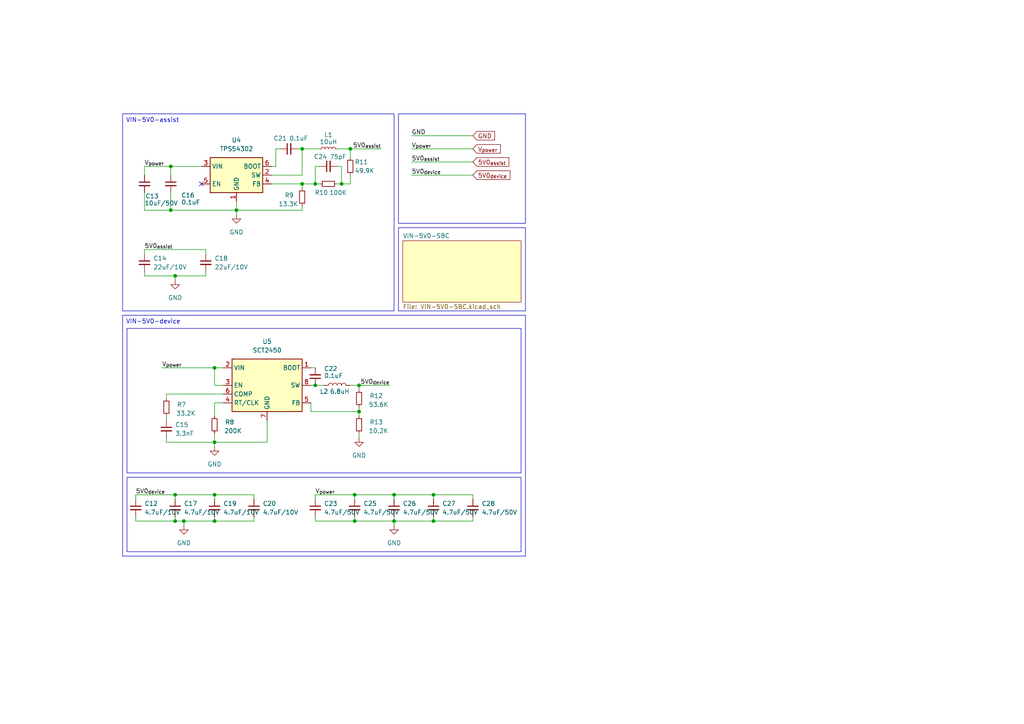
<source format=kicad_sch>
(kicad_sch (version 20231120) (generator "eeschema") (generator_version "8.0")
  (paper "A4")
  (lib_symbols
    (symbol "Device:C_Small" (pin_numbers hide) (pin_names (offset 0.254) hide)
      (property "Reference" "C" (at 0.254 1.778 0))
      (property "Value" "C_Small" (at 0.254 -2.032 0))
      (symbol "C_Small_0_1"
        (polyline (pts (xy -1.524 -0.508) (xy 1.524 -0.508)) (stroke (width 0.3302)))
        (polyline (pts (xy -1.524 0.508) (xy 1.524 0.508)) (stroke (width 0.3048)))
      )
      (symbol "C_Small_1_1"
        (pin passive line (at 0 2.54 270) (length 2.032) (name "~") (number "1"))
        (pin passive line (at 0 -2.54 90) (length 2.032) (name "~") (number "2"))
      )
    )
    (symbol "Device:L" (pin_numbers hide) (pin_names (offset 1.016) hide)
      (property "Reference" "L" (at -1.27 0 90))
      (property "Value" "L" (at 1.905 0 90))
      (symbol "L_0_1"
        (arc (start 0 -2.54) (mid 0.6323 -1.905) (end 0 -1.27))
        (arc (start 0 -1.27) (mid 0.6323 -0.635) (end 0 0))
        (arc (start 0 0) (mid 0.6323 0.635) (end 0 1.27))
        (arc (start 0 1.27) (mid 0.6323 1.905) (end 0 2.54))
      )
      (symbol "L_1_1"
        (pin passive line (at 0 3.81 270) (length 1.27) (name "1") (number "1"))
        (pin passive line (at 0 -3.81 90) (length 1.27) (name "2") (number "2"))
      )
    )
    (symbol "Device:L_Small" (pin_numbers hide) (pin_names (offset 0.254) hide)
      (property "Reference" "L" (at 0.762 1.016 0))
      (property "Value" "L_Small" (at 0.762 -1.016 0))
      (symbol "L_Small_0_1"
        (arc (start 0 -2.032) (mid 0.5058 -1.524) (end 0 -1.016))
        (arc (start 0 -1.016) (mid 0.5058 -0.508) (end 0 0))
        (arc (start 0 0) (mid 0.5058 0.508) (end 0 1.016))
        (arc (start 0 1.016) (mid 0.5058 1.524) (end 0 2.032))
      )
      (symbol "L_Small_1_1"
        (pin passive line (at 0 2.54 270) (length 0.508) (name "~") (number "1"))
        (pin passive line (at 0 -2.54 90) (length 0.508) (name "~") (number "2"))
      )
    )
    (symbol "Device:R_Small" (pin_numbers hide) (pin_names (offset 0.254) hide)
      (property "Reference" "R" (at 0.762 0.508 0))
      (property "Value" "R_Small" (at 0.762 -1.016 0))
      (symbol "R_Small_0_1"
        (rectangle (start -0.762 1.778) (end 0.762 -1.778) (stroke (width 0.2032)))
      )
      (symbol "R_Small_1_1"
        (pin passive line (at 0 2.54 270) (length 0.762) (name "~") (number "1"))
        (pin passive line (at 0 -2.54 90) (length 0.762) (name "~") (number "2"))
      )
    )
    (symbol "Regulator_Switching:SCT2450"
      (property "Reference" "U" (at -6.35 8.89 0))
      (property "Value" "SCT2450" (at 10.16 8.89 0))
      (symbol "SCT2450_0_1"
        (rectangle (start -10.16 7.62) (end 10.16 -7.62) (stroke (width 0.254)) (fill (type background)))
      )
      (symbol "SCT2450_1_1"
        (pin passive line (at 12.7 5.08 180) (length 2.54) (name "BOOT") (number "1"))
        (pin power_in line (at -12.7 5.08 0) (length 2.54) (name "VIN") (number "2"))
        (pin input line (at -12.7 0 0) (length 2.54) (name "EN") (number "3"))
        (pin passive line (at -12.7 -5.08 0) (length 2.54) (name "RT/CLK") (number "4"))
        (pin input line (at 12.7 -5.08 180) (length 2.54) (name "FB") (number "5"))
        (pin output line (at -12.7 -2.54 0) (length 2.54) (name "COMP") (number "6"))
        (pin power_in line (at 0 -10.16 90) (length 2.54) (name "GND") (number "7"))
        (pin power_out line (at 12.7 0 180) (length 2.54) (name "SW") (number "8"))
        (pin passive line (at 0 -10.16 90) (length 2.54) hide (name "GND") (number "9"))
      )
    )
    (symbol "Regulator_Switching:TPS54302"
      (property "Reference" "U" (at -7.62 6.35 0))
      (property "Value" "TPS54302" (at 0 6.35 0))
      (symbol "TPS54302_0_1"
        (rectangle (start -7.62 5.08) (end 7.62 -5.08) (stroke (width 0.254)) (fill (type background)))
      )
      (symbol "TPS54302_1_1"
        (pin power_in line (at 0 -7.62 90) (length 2.54) (name "GND") (number "1"))
        (pin power_out line (at 10.16 0 180) (length 2.54) (name "SW") (number "2"))
        (pin power_in line (at -10.16 2.54 0) (length 2.54) (name "VIN") (number "3"))
        (pin input line (at 10.16 -2.54 180) (length 2.54) (name "FB") (number "4"))
        (pin input line (at -10.16 -2.54 0) (length 2.54) (name "EN") (number "5"))
        (pin passive line (at 10.16 2.54 180) (length 2.54) (name "BOOT") (number "6"))
      )
    )
    (symbol "power:GND" (power) (pin_numbers hide) (pin_names (offset 0) hide)
      (property "Value" "GND" (at 0 -3.81 0))
      (symbol "GND_0_1"
        (polyline (pts (xy 0 0) (xy 0 -1.27) (xy 1.27 -1.27) (xy 0 -2.54) (xy -1.27 -1.27) (xy 0 -1.27)))
      )
      (symbol "GND_1_1"
        (pin power_in line (at 0 0 270) (length 0) (name "~") (number "1"))
      )
    )
  )
  (junction (at 50.8 151.13))
  (junction (at 49.53 48.26))
  (junction (at 49.53 60.96))
  (junction (at 104.14 111.76))
  (junction (at 114.3 143.51))
  (junction (at 102.87 151.13))
  (junction (at 87.63 43.18))
  (junction (at 62.23 106.68))
  (junction (at 91.44 111.76))
  (junction (at 50.8 143.51))
  (junction (at 104.14 119.38))
  (junction (at 87.63 53.34))
  (junction (at 62.23 128.27))
  (junction (at 53.34 151.13))
  (junction (at 62.23 151.13))
  (junction (at 91.44 53.34))
  (junction (at 102.87 143.51))
  (junction (at 101.6 43.18))
  (junction (at 68.58 60.96))
  (junction (at 99.06 53.34))
  (junction (at 114.3 151.13))
  (junction (at 125.73 143.51))
  (junction (at 62.23 143.51))
  (junction (at 50.8 80.01))
  (junction (at 125.73 151.13))
  (no_connect (at 58.42 53.34))
  (wire (pts (xy 39.37 149.86) (xy 39.37 151.13)))
  (wire (pts (xy 50.8 151.13) (xy 53.34 151.13)))
  (wire (pts (xy 49.53 60.96) (xy 49.53 55.88)))
  (wire (pts (xy 90.17 116.84) (xy 90.17 119.38)))
  (wire (pts (xy 41.91 78.74) (xy 41.91 80.01)))
  (wire (pts (xy 137.16 149.86) (xy 137.16 151.13)))
  (wire (pts (xy 99.06 48.26) (xy 99.06 53.34)))
  (wire (pts (xy 53.34 151.13) (xy 62.23 151.13)))
  (wire (pts (xy 102.87 143.51) (xy 114.3 143.51)))
  (wire (pts (xy 114.3 143.51) (xy 125.73 143.51)))
  (wire (pts (xy 62.23 151.13) (xy 73.66 151.13)))
  (wire (pts (xy 48.26 120.65) (xy 48.26 121.92)))
  (wire (pts (xy 87.63 53.34) (xy 91.44 53.34)))
  (wire (pts (xy 104.14 125.73) (xy 104.14 127)))
  (wire (pts (xy 114.3 149.86) (xy 114.3 151.13)))
  (wire (pts (xy 48.26 114.3) (xy 48.26 115.57)))
  (wire (pts (xy 91.44 111.76) (xy 93.98 111.76)))
  (wire (pts (xy 62.23 106.68) (xy 64.77 106.68)))
  (wire (pts (xy 92.71 43.18) (xy 87.63 43.18)))
  (wire (pts (xy 91.44 143.51) (xy 102.87 143.51)))
  (wire (pts (xy 62.23 128.27) (xy 77.47 128.27)))
  (wire (pts (xy 104.14 119.38) (xy 104.14 120.65)))
  (wire (pts (xy 114.3 143.51) (xy 114.3 144.78)))
  (wire (pts (xy 39.37 144.78) (xy 39.37 143.51)))
  (wire (pts (xy 62.23 128.27) (xy 62.23 129.54)))
  (wire (pts (xy 119.38 46.99) (xy 137.16 46.99)))
  (wire (pts (xy 102.87 151.13) (xy 114.3 151.13)))
  (wire (pts (xy 62.23 149.86) (xy 62.23 151.13)))
  (wire (pts (xy 104.14 111.76) (xy 113.03 111.76)))
  (wire (pts (xy 101.6 111.76) (xy 104.14 111.76)))
  (wire (pts (xy 92.71 48.26) (xy 91.44 48.26)))
  (wire (pts (xy 48.26 128.27) (xy 62.23 128.27)))
  (wire (pts (xy 59.69 72.39) (xy 59.69 73.66)))
  (wire (pts (xy 39.37 151.13) (xy 50.8 151.13)))
  (wire (pts (xy 62.23 143.51) (xy 62.23 144.78)))
  (wire (pts (xy 49.53 48.26) (xy 58.42 48.26)))
  (wire (pts (xy 62.23 106.68) (xy 62.23 111.76)))
  (wire (pts (xy 46.99 106.68) (xy 62.23 106.68)))
  (wire (pts (xy 97.79 43.18) (xy 101.6 43.18)))
  (wire (pts (xy 87.63 54.61) (xy 87.63 53.34)))
  (wire (pts (xy 73.66 143.51) (xy 73.66 144.78)))
  (wire (pts (xy 80.01 48.26) (xy 78.74 48.26)))
  (wire (pts (xy 41.91 60.96) (xy 41.91 55.88)))
  (wire (pts (xy 90.17 111.76) (xy 91.44 111.76)))
  (wire (pts (xy 101.6 53.34) (xy 101.6 50.8)))
  (wire (pts (xy 137.16 143.51) (xy 137.16 144.78)))
  (wire (pts (xy 41.91 72.39) (xy 59.69 72.39)))
  (wire (pts (xy 50.8 143.51) (xy 50.8 144.78)))
  (wire (pts (xy 119.38 43.18) (xy 137.16 43.18)))
  (wire (pts (xy 104.14 111.76) (xy 104.14 113.03)))
  (wire (pts (xy 41.91 72.39) (xy 41.91 73.66)))
  (wire (pts (xy 62.23 120.65) (xy 62.23 116.84)))
  (wire (pts (xy 80.01 43.18) (xy 80.01 48.26)))
  (wire (pts (xy 78.74 50.8) (xy 87.63 50.8)))
  (wire (pts (xy 101.6 43.18) (xy 110.49 43.18)))
  (wire (pts (xy 50.8 149.86) (xy 50.8 151.13)))
  (wire (pts (xy 53.34 152.4) (xy 53.34 151.13)))
  (wire (pts (xy 62.23 143.51) (xy 73.66 143.51)))
  (wire (pts (xy 104.14 118.11) (xy 104.14 119.38)))
  (wire (pts (xy 86.36 43.18) (xy 87.63 43.18)))
  (wire (pts (xy 99.06 53.34) (xy 101.6 53.34)))
  (wire (pts (xy 119.38 39.37) (xy 137.16 39.37)))
  (wire (pts (xy 68.58 60.96) (xy 87.63 60.96)))
  (wire (pts (xy 50.8 80.01) (xy 59.69 80.01)))
  (wire (pts (xy 41.91 60.96) (xy 49.53 60.96)))
  (wire (pts (xy 119.38 50.8) (xy 137.16 50.8)))
  (wire (pts (xy 91.44 151.13) (xy 102.87 151.13)))
  (wire (pts (xy 50.8 81.28) (xy 50.8 80.01)))
  (wire (pts (xy 125.73 143.51) (xy 125.73 144.78)))
  (wire (pts (xy 49.53 48.26) (xy 49.53 50.8)))
  (wire (pts (xy 62.23 116.84) (xy 64.77 116.84)))
  (wire (pts (xy 125.73 143.51) (xy 137.16 143.51)))
  (wire (pts (xy 73.66 151.13) (xy 73.66 149.86)))
  (wire (pts (xy 87.63 43.18) (xy 87.63 50.8)))
  (wire (pts (xy 90.17 119.38) (xy 104.14 119.38)))
  (wire (pts (xy 62.23 125.73) (xy 62.23 128.27)))
  (wire (pts (xy 97.79 53.34) (xy 99.06 53.34)))
  (wire (pts (xy 59.69 78.74) (xy 59.69 80.01)))
  (wire (pts (xy 114.3 151.13) (xy 125.73 151.13)))
  (wire (pts (xy 90.17 106.68) (xy 91.44 106.68)))
  (wire (pts (xy 64.77 111.76) (xy 62.23 111.76)))
  (wire (pts (xy 114.3 152.4) (xy 114.3 151.13)))
  (wire (pts (xy 80.01 43.18) (xy 81.28 43.18)))
  (wire (pts (xy 41.91 48.26) (xy 41.91 50.8)))
  (wire (pts (xy 68.58 58.42) (xy 68.58 60.96)))
  (wire (pts (xy 125.73 149.86) (xy 125.73 151.13)))
  (wire (pts (xy 91.44 53.34) (xy 92.71 53.34)))
  (wire (pts (xy 102.87 143.51) (xy 102.87 144.78)))
  (wire (pts (xy 101.6 43.18) (xy 101.6 45.72)))
  (wire (pts (xy 91.44 149.86) (xy 91.44 151.13)))
  (wire (pts (xy 125.73 151.13) (xy 137.16 151.13)))
  (wire (pts (xy 41.91 48.26) (xy 49.53 48.26)))
  (wire (pts (xy 68.58 62.23) (xy 68.58 60.96)))
  (wire (pts (xy 91.44 48.26) (xy 91.44 53.34)))
  (wire (pts (xy 91.44 144.78) (xy 91.44 143.51)))
  (wire (pts (xy 48.26 127) (xy 48.26 128.27)))
  (wire (pts (xy 64.77 114.3) (xy 48.26 114.3)))
  (wire (pts (xy 97.79 48.26) (xy 99.06 48.26)))
  (wire (pts (xy 49.53 60.96) (xy 68.58 60.96)))
  (wire (pts (xy 77.47 128.27) (xy 77.47 121.92)))
  (wire (pts (xy 78.74 53.34) (xy 87.63 53.34)))
  (wire (pts (xy 87.63 60.96) (xy 87.63 59.69)))
  (wire (pts (xy 39.37 143.51) (xy 50.8 143.51)))
  (wire (pts (xy 102.87 149.86) (xy 102.87 151.13)))
  (wire (pts (xy 50.8 143.51) (xy 62.23 143.51)))
  (wire (pts (xy 41.91 80.01) (xy 50.8 80.01)))
  (text_box "" (at 36.83 138.43 0) (size 114.3 21.59) (effects (font (size 1.27 1.27)) (justify left top)))
  (text_box "" (at 115.57 66.04 0) (size 36.83 24.13) (effects (font (size 1.27 1.27)) (justify left top)))
  (text_box "" (at 115.57 33.02 0) (size 36.83 31.75) (effects (font (size 1.27 1.27)) (justify left top)))
  (text_box "VIN-5V0-device" (at 35.56 91.44 0) (size 116.84 69.85) (effects (font (size 1.27 1.27)) (justify left top)))
  (text_box "VIN-5V0-assist" (at 35.56 33.02 0) (size 78.74 57.15) (effects (font (size 1.27 1.27)) (justify left top)))
  (text_box "" (at 36.83 95.25 0) (size 114.3 41.91) (effects (font (size 1.27 1.27)) (justify left top)))
  (label "5V0_{device}" (at 39.37 143.51 0))
  (label "V_{power}" (at 119.38 43.18 0) (effects (font (thickness 0.1588))))
  (label "5V0_{device}" (at 119.38 50.8 0))
  (label "V_{power}" (at 91.44 143.51 0))
  (label "V_{power}" (at 41.91 48.26 0) (effects (font (thickness 0.1588))))
  (label "5V0_{assist}" (at 41.91 72.39 0))
  (label "GND" (at 119.38 39.37 0))
  (label "5V0_{assist}" (at 110.49 43.18 180))
  (label "5V0_{assist}" (at 119.38 46.99 0))
  (label "5V0_{device}" (at 113.03 111.76 180))
  (label "V_{power}" (at 46.99 106.68 0) (effects (font (thickness 0.1588))))
  (global_label "GND" (shape input) (at 137.16 39.37 0) (property "Intersheetrefs" "${INTERSHEET_REFS}" (effects (hide yes))))
  (global_label "5V0_{assist}" (shape input) (at 137.16 46.99 0) (property "Intersheetrefs" "${INTERSHEET_REFS}" (effects (hide yes))))
  (global_label "5V0_{device}" (shape input) (at 137.16 50.8 0) (property "Intersheetrefs" "${INTERSHEET_REFS}" (effects (hide yes))))
  (global_label "V_{power}" (shape input) (at 137.16 43.18 0) (property "Intersheetrefs" "${INTERSHEET_REFS}" (effects (hide yes))))
  (symbol (lib_id "Device:C_Small") (at 83.82 43.18 90) (unit 1)
    (property "Reference" "C21" (at 81.28 40.132 90))
    (property "Value" "0.1uF" (at 86.614 40.132 90))
    (property "Footprint" "Capacitor_SMD:C_0402_1005Metric" (effects (hide yes)))
    (property "Description" "Unpolarized capacitor, small symbol" (effects (hide yes)))
  )
  (symbol (lib_id "Device:C_Small") (at 62.23 147.32 0) (unit 1)
    (property "Reference" "C19" (at 64.77 146.0562 0) (effects (justify left)))
    (property "Value" "4.7uF/10V" (at 64.77 148.5962 0) (effects (justify left)))
    (property "Footprint" "Capacitor_SMD:C_0603_1608Metric" (effects (hide yes)))
    (property "Description" "Unpolarized capacitor, small symbol" (effects (hide yes)))
  )
  (symbol (lib_id "power:GND") (at 68.58 62.23 0) (unit 1)
    (property "Reference" "#PWR5" (effects (hide yes)))
    (property "Value" "GND" (at 68.58 67.31 0))
    (property "Description" "Power symbol creates a global label with name \"GND\" , ground" (effects (hide yes)))
  )
  (symbol (lib_id "Device:C_Small") (at 125.73 147.32 0) (unit 1)
    (property "Reference" "C27" (at 128.27 146.0562 0) (effects (justify left)))
    (property "Value" "4.7uF/50V" (at 128.27 148.5962 0) (effects (justify left)))
    (property "Footprint" "Capacitor_SMD:C_0805_2012Metric" (effects (hide yes)))
    (property "Description" "Unpolarized capacitor, small symbol" (effects (hide yes)))
  )
  (symbol (lib_id "Device:C_Small") (at 50.8 147.32 0) (unit 1)
    (property "Reference" "C17" (at 53.34 146.0562 0) (effects (justify left)))
    (property "Value" "4.7uF/10V" (at 53.34 148.5962 0) (effects (justify left)))
    (property "Footprint" "Capacitor_SMD:C_0603_1608Metric" (effects (hide yes)))
    (property "Description" "Unpolarized capacitor, small symbol" (effects (hide yes)))
  )
  (symbol (lib_id "Device:R_Small") (at 87.63 57.15 180) (unit 1)
    (property "Reference" "R9" (at 82.55 56.642 0) (effects (justify right)))
    (property "Value" "13.3K" (at 80.772 59.182 0) (effects (justify right)))
    (property "Footprint" "Resistor_SMD:R_0603_1608Metric" (effects (hide yes)))
    (property "Description" "Resistor, small symbol" (effects (hide yes)))
  )
  (symbol (lib_id "Device:L_Small") (at 95.25 43.18 90) (unit 1)
    (property "Reference" "L1" (at 95.25 39.116 90))
    (property "Value" "10uH" (at 95.25 41.148 90))
    (property "Footprint" "Inductor_SMD:L_APV_APH0530" (effects (hide yes)))
    (property "Description" "Inductor, small symbol" (effects (hide yes)))
  )
  (symbol (lib_id "Device:C_Small") (at 48.26 124.46 0) (unit 1)
    (property "Reference" "C15" (at 50.8 123.1962 0) (effects (justify left)))
    (property "Value" "3.3nF" (at 50.8 125.7362 0) (effects (justify left)))
    (property "Footprint" "Capacitor_SMD:C_0402_1005Metric" (effects (hide yes)))
    (property "Description" "Unpolarized capacitor, small symbol" (effects (hide yes)))
  )
  (symbol (lib_id "Device:L") (at 97.79 111.76 90) (unit 1)
    (property "Reference" "L2" (at 93.98 113.538 90))
    (property "Value" "6.8uH" (at 98.552 113.538 90))
    (property "Footprint" "Inductor_SMD:L_APV_APH0630" (effects (hide yes)))
    (property "Description" "Inductor" (effects (hide yes)))
  )
  (symbol (lib_id "Device:C_Small") (at 114.3 147.32 0) (unit 1)
    (property "Reference" "C26" (at 116.84 146.0562 0) (effects (justify left)))
    (property "Value" "4.7uF/50V" (at 116.84 148.5962 0) (effects (justify left)))
    (property "Footprint" "Capacitor_SMD:C_0805_2012Metric" (effects (hide yes)))
    (property "Description" "Unpolarized capacitor, small symbol" (effects (hide yes)))
  )
  (symbol (lib_id "Device:C_Small") (at 102.87 147.32 0) (unit 1)
    (property "Reference" "C25" (at 105.41 146.0562 0) (effects (justify left)))
    (property "Value" "4.7uF/50V" (at 105.41 148.5962 0) (effects (justify left)))
    (property "Footprint" "Capacitor_SMD:C_0805_2012Metric" (effects (hide yes)))
    (property "Description" "Unpolarized capacitor, small symbol" (effects (hide yes)))
  )
  (symbol (lib_id "Device:R_Small") (at 101.6 48.26 0) (unit 1)
    (property "Reference" "R11" (at 102.87 46.99 0) (effects (justify left)))
    (property "Value" "49.9K" (at 102.87 49.53 0) (effects (justify left)))
    (property "Footprint" "Resistor_SMD:R_0603_1608Metric" (effects (hide yes)))
    (property "Description" "Resistor, small symbol" (effects (hide yes)))
  )
  (symbol (lib_id "Regulator_Switching:TPS54302") (at 68.58 50.8 0) (unit 1)
    (property "Reference" "U4" (at 68.58 40.64 0))
    (property "Value" "TPS54302" (at 68.58 43.18 0))
    (property "Footprint" "Package_TO_SOT_SMD:SOT-23-6" (effects (hide yes)))
    (property "Datasheet" "http://www.ti.com/lit/ds/symlink/tps54302.pdf" (effects (hide yes)))
    (property "Description" "3A, 4.5 to 28V Input, EMI Friendly integrated switch synchronous step-down regulator, pulse-skipping, SOT-23-6" (effects (hide yes)))
  )
  (symbol (lib_id "Device:C_Small") (at 137.16 147.32 0) (unit 1)
    (property "Reference" "C28" (at 139.7 146.0562 0) (effects (justify left)))
    (property "Value" "4.7uF/50V" (at 139.7 148.5962 0) (effects (justify left)))
    (property "Footprint" "Capacitor_SMD:C_0805_2012Metric" (effects (hide yes)))
    (property "Description" "Unpolarized capacitor, small symbol" (effects (hide yes)))
  )
  (symbol (lib_id "Device:R_Small") (at 95.25 53.34 90) (unit 1)
    (property "Reference" "R10" (at 93.218 55.88 90))
    (property "Value" "100K" (at 98.044 55.88 90))
    (property "Footprint" "Resistor_SMD:R_0402_1005Metric" (effects (hide yes)))
    (property "Description" "Resistor, small symbol" (effects (hide yes)))
  )
  (symbol (lib_id "Device:C_Small") (at 91.44 147.32 0) (unit 1)
    (property "Reference" "C23" (at 93.98 146.0562 0) (effects (justify left)))
    (property "Value" "4.7uF/50V" (at 93.98 148.5962 0) (effects (justify left)))
    (property "Footprint" "Capacitor_SMD:C_0805_2012Metric" (effects (hide yes)))
    (property "Description" "Unpolarized capacitor, small symbol" (effects (hide yes)))
  )
  (symbol (lib_id "Device:C_Small") (at 59.69 76.2 0) (unit 1)
    (property "Reference" "C18" (at 62.23 74.9362 0) (effects (justify left)))
    (property "Value" "22uF/10V" (at 62.23 77.4762 0) (effects (justify left)))
    (property "Footprint" "Capacitor_SMD:C_1206_3216Metric" (effects (hide yes)))
    (property "Description" "Unpolarized capacitor, small symbol" (effects (hide yes)))
  )
  (symbol (lib_id "Regulator_Switching:SCT2450") (at 77.47 111.76 0) (unit 1)
    (property "Reference" "U5" (at 77.47 99.06 0))
    (property "Value" "SCT2450" (at 77.47 101.6 0))
    (property "Footprint" "Package_SO:HSOP-8-1EP_3.9x4.9mm_P1.27mm_EP2.3x2.3mm" (effects (hide yes)))
  )
  (symbol (lib_id "Device:C_Small") (at 91.44 109.22 180) (unit 1)
    (property "Reference" "C22" (at 93.98 106.934 0) (effects (justify right)))
    (property "Value" "0.1uF" (at 93.98 108.966 0) (effects (justify right)))
    (property "Footprint" "Capacitor_SMD:C_0402_1005Metric" (effects (hide yes)))
    (property "Description" "Unpolarized capacitor, small symbol" (effects (hide yes)))
  )
  (symbol (lib_id "power:GND") (at 62.23 129.54 0) (unit 1)
    (property "Reference" "#PWR4" (effects (hide yes)))
    (property "Value" "GND" (at 62.23 134.62 0))
    (property "Description" "Power symbol creates a global label with name \"GND\" , ground" (effects (hide yes)))
  )
  (symbol (lib_id "Device:C_Small") (at 41.91 76.2 0) (unit 1)
    (property "Reference" "C14" (at 44.45 74.9362 0) (effects (justify left)))
    (property "Value" "22uF/10V" (at 44.45 77.4762 0) (effects (justify left)))
    (property "Footprint" "Capacitor_SMD:C_1206_3216Metric" (effects (hide yes)))
    (property "Description" "Unpolarized capacitor, small symbol" (effects (hide yes)))
  )
  (symbol (lib_id "Device:C_Small") (at 49.53 53.34 0) (unit 1)
    (property "Reference" "C16" (at 52.578 56.642 0) (effects (justify left)))
    (property "Value" "0.1uF" (at 52.578 58.674 0) (effects (justify left)))
    (property "Footprint" "Capacitor_SMD:C_0402_1005Metric" (effects (hide yes)))
    (property "Description" "Unpolarized capacitor, small symbol" (effects (hide yes)))
  )
  (symbol (lib_id "power:GND") (at 114.3 152.4 0) (unit 1)
    (property "Reference" "#PWR7" (effects (hide yes)))
    (property "Value" "GND" (at 114.3 157.48 0))
    (property "Description" "Power symbol creates a global label with name \"GND\" , ground" (effects (hide yes)))
  )
  (symbol (lib_id "power:GND") (at 104.14 127 0) (unit 1)
    (property "Reference" "#PWR6" (effects (hide yes)))
    (property "Value" "GND" (at 104.14 132.08 0))
    (property "Description" "Power symbol creates a global label with name \"GND\" , ground" (effects (hide yes)))
  )
  (symbol (lib_id "Device:R_Small") (at 48.26 118.11 180) (unit 1)
    (property "Reference" "R7" (at 51.308 117.348 0) (effects (justify right)))
    (property "Value" "33.2K" (at 51.054 119.888 0) (effects (justify right)))
    (property "Footprint" "Resistor_SMD:R_0603_1608Metric" (effects (hide yes)))
    (property "Description" "Resistor, small symbol" (effects (hide yes)))
  )
  (symbol (lib_id "Device:C_Small") (at 41.91 53.34 0) (unit 1)
    (property "Reference" "C13" (at 42.164 56.896 0) (effects (justify left)))
    (property "Value" "10uF/50V" (at 41.91 58.928 0) (effects (justify left)))
    (property "Footprint" "Capacitor_SMD:C_1206_3216Metric" (effects (hide yes)))
    (property "Description" "Unpolarized capacitor, small symbol" (effects (hide yes)))
  )
  (symbol (lib_id "Device:C_Small") (at 95.25 48.26 90) (unit 1)
    (property "Reference" "C24" (at 92.964 45.466 90))
    (property "Value" "75pF" (at 98.044 45.466 90))
    (property "Footprint" "Capacitor_SMD:C_0402_1005Metric" (effects (hide yes)))
    (property "Description" "Unpolarized capacitor, small symbol" (effects (hide yes)))
  )
  (symbol (lib_id "power:GND") (at 50.8 81.28 0) (unit 1)
    (property "Reference" "#PWR2" (effects (hide yes)))
    (property "Value" "GND" (at 50.8 86.36 0))
    (property "Description" "Power symbol creates a global label with name \"GND\" , ground" (effects (hide yes)))
  )
  (symbol (lib_id "Device:R_Small") (at 104.14 123.19 180) (unit 1)
    (property "Reference" "R13" (at 107.188 122.428 0) (effects (justify right)))
    (property "Value" "10.2K" (at 106.934 124.968 0) (effects (justify right)))
    (property "Footprint" "Resistor_SMD:R_0603_1608Metric" (effects (hide yes)))
    (property "Description" "Resistor, small symbol" (effects (hide yes)))
  )
  (symbol (lib_id "Device:R_Small") (at 62.23 123.19 180) (unit 1)
    (property "Reference" "R8" (at 65.278 122.428 0) (effects (justify right)))
    (property "Value" "200K" (at 65.024 124.968 0) (effects (justify right)))
    (property "Footprint" "Resistor_SMD:R_0402_1005Metric" (effects (hide yes)))
    (property "Description" "Resistor, small symbol" (effects (hide yes)))
  )
  (symbol (lib_id "Device:C_Small") (at 39.37 147.32 0) (unit 1)
    (property "Reference" "C12" (at 41.91 146.0562 0) (effects (justify left)))
    (property "Value" "4.7uF/10V" (at 41.91 148.5962 0) (effects (justify left)))
    (property "Footprint" "Capacitor_SMD:C_0603_1608Metric" (effects (hide yes)))
    (property "Description" "Unpolarized capacitor, small symbol" (effects (hide yes)))
  )
  (symbol (lib_id "Device:R_Small") (at 104.14 115.57 180) (unit 1)
    (property "Reference" "R12" (at 107.188 114.808 0) (effects (justify right)))
    (property "Value" "53.6K" (at 106.934 117.348 0) (effects (justify right)))
    (property "Footprint" "Resistor_SMD:R_0603_1608Metric" (effects (hide yes)))
    (property "Description" "Resistor, small symbol" (effects (hide yes)))
  )
  (symbol (lib_id "power:GND") (at 53.34 152.4 0) (unit 1)
    (property "Reference" "#PWR3" (effects (hide yes)))
    (property "Value" "GND" (at 53.34 157.48 0))
    (property "Description" "Power symbol creates a global label with name \"GND\" , ground" (effects (hide yes)))
  )
  (symbol (lib_id "Device:C_Small") (at 73.66 147.32 0) (unit 1)
    (property "Reference" "C20" (at 76.2 146.0562 0) (effects (justify left)))
    (property "Value" "4.7uF/10V" (at 76.2 148.5962 0) (effects (justify left)))
    (property "Footprint" "Capacitor_SMD:C_0603_1608Metric" (effects (hide yes)))
    (property "Description" "Unpolarized capacitor, small symbol" (effects (hide yes)))
  )
  (sheet (at 116.84 69.85) (size 34.29 17.78) (stroke (width 0.1524)) (fill (color 255 255 194 1.0000))
    (property "Sheetname" "VIN-5V0-SBC" (at 116.84 69.1384 0) (effects (justify left bottom)))
    (property "Sheetfile" "VIN-5V0-SBC.kicad_sch" (at 116.84 88.2146 0) (effects (justify left top)))
  )
)
</source>
